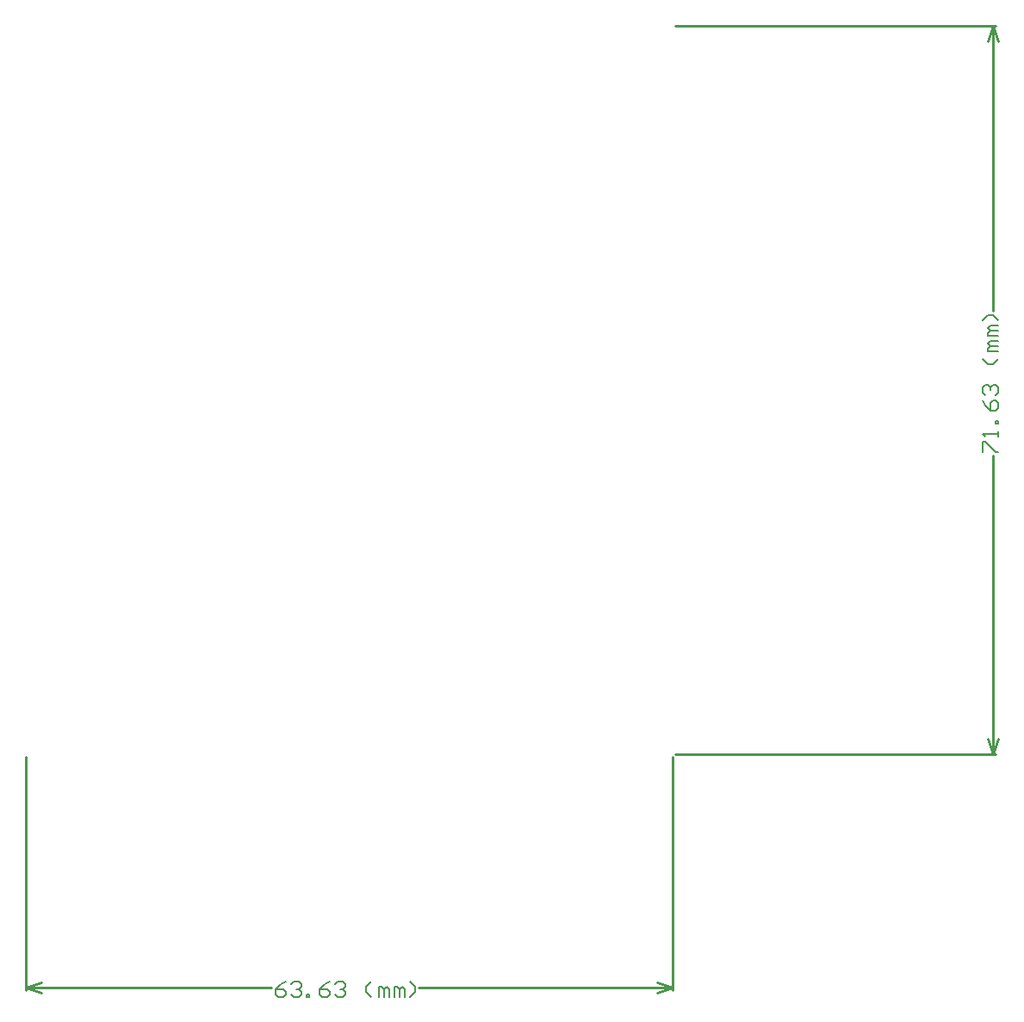
<source format=gbr>
%FSTAX23Y23*%
%MOIN*%
%SFA1B1*%

%IPPOS*%
%ADD13C,0.010000*%
%ADD28C,0.006000*%
%LNpcb1_diemensions-1*%
%LPD*%
G54D13*
X03745Y0282D02*
X03765Y0276D01*
X03725D02*
X03745Y0282D01*
X03725Y0006D02*
X03745Y0D01*
X03765Y0006*
X03745Y01716D02*
Y0282D01*
Y0D02*
Y01155D01*
X02515Y0282D02*
X03755D01*
X02515Y0D02*
X03755D01*
X0Y-00905D02*
X0006Y-00885D01*
X0Y-00905D02*
X0006Y-00925D01*
X02445D02*
X02505Y-00905D01*
X02445Y-00885D02*
X02505Y-00905D01*
X0D02*
X0095D01*
X01522D02*
X02505D01*
X0Y-00915D02*
Y-0001D01*
X02505Y-00915D02*
Y-0001D01*
G54D28*
X03704Y01171D02*
Y0121D01*
X03714*
X03754Y01171*
X03764*
Y0123D02*
Y0125D01*
Y0124*
X03704*
X03714Y0123*
X03764Y0128D02*
X03754D01*
Y0129*
X03764*
Y0128*
X03704Y0137D02*
X03714Y0135D01*
X03734Y0133*
X03754*
X03764Y0134*
Y0136*
X03754Y0137*
X03744*
X03734Y0136*
Y0133*
X03714Y0139D02*
X03704Y014D01*
Y0142*
X03714Y0143*
X03724*
X03734Y0142*
Y0141*
Y0142*
X03744Y0143*
X03754*
X03764Y0142*
Y014*
X03754Y0139*
X03764Y0153D02*
X03744Y0151D01*
X03724*
X03704Y0153*
X03764Y0156D02*
X03724D01*
Y0157*
X03734Y0158*
X03764*
X03734*
X03724Y0159*
X03734Y016*
X03764*
Y0162D02*
X03724D01*
Y0163*
X03734Y0164*
X03764*
X03734*
X03724Y0165*
X03734Y0166*
X03764*
Y0168D02*
X03744Y017D01*
X03724*
X03704Y0168*
X01006Y-00881D02*
X00986Y-00891D01*
X00966Y-00911*
Y-0093*
X00976Y-0094*
X00996*
X01006Y-0093*
Y-0092*
X00996Y-00911*
X00966*
X01026Y-00891D02*
X01036Y-00881D01*
X01056*
X01066Y-00891*
Y-00901*
X01056Y-00911*
X01046*
X01056*
X01066Y-0092*
Y-0093*
X01056Y-0094*
X01036*
X01026Y-0093*
X01086Y-0094D02*
Y-0093D01*
X01096*
Y-0094*
X01086*
X01176Y-00881D02*
X01156Y-00891D01*
X01136Y-00911*
Y-0093*
X01146Y-0094*
X01166*
X01176Y-0093*
Y-0092*
X01166Y-00911*
X01136*
X01196Y-00891D02*
X01206Y-00881D01*
X01226*
X01236Y-00891*
Y-00901*
X01226Y-00911*
X01216*
X01226*
X01236Y-0092*
Y-0093*
X01226Y-0094*
X01206*
X01196Y-0093*
X01336Y-0094D02*
X01316Y-0092D01*
Y-00901*
X01336Y-00881*
X01366Y-0094D02*
Y-00901D01*
X01376*
X01386Y-00911*
Y-0094*
Y-00911*
X01396Y-00901*
X01406Y-00911*
Y-0094*
X01426D02*
Y-00901D01*
X01436*
X01446Y-00911*
Y-0094*
Y-00911*
X01456Y-00901*
X01466Y-00911*
Y-0094*
X01486D02*
X01506Y-0092D01*
Y-00901*
X01486Y-00881*
M02*
</source>
